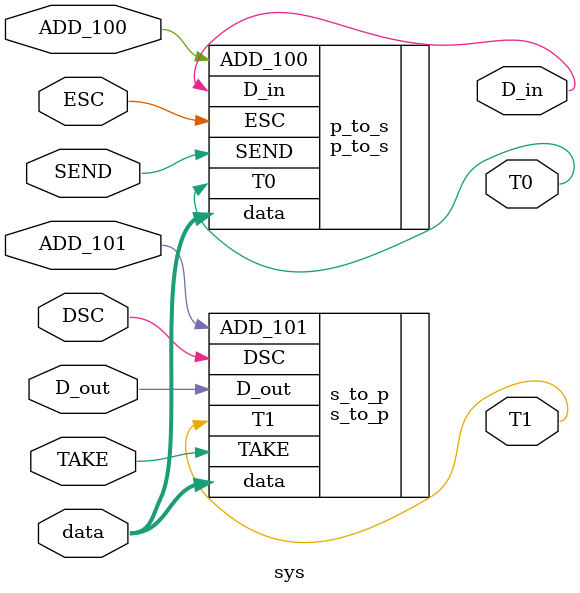
<source format=v>
`include "./p_to_s.v" 
`include "./s_to_p.v" 
module sys(D_in,T0,T1, data, D_out,SEND,ESC,DSC,TAKE,ADD_100,ADD_101); 
  input         D_out,SEND,ESC,DSC,TAKE,ADD_100,ADD_101; 
  inout  [7:0]  data; 
  output        D_in,T0,T1; 

  p_to_s   p_to_s(.D_in(D_in),.T0(T0),.data(data), 
                .SEND(SEND),.ESC(ESC),.ADD_100(ADD_100)); 
  s_to_p   s_to_p(.T1(T1),.data(data),.D_out(D_out), 
          .DSC(DSC),.TAKE(TAKE),.ADD_101(ADD_101)); 
   
endmodule   
</source>
